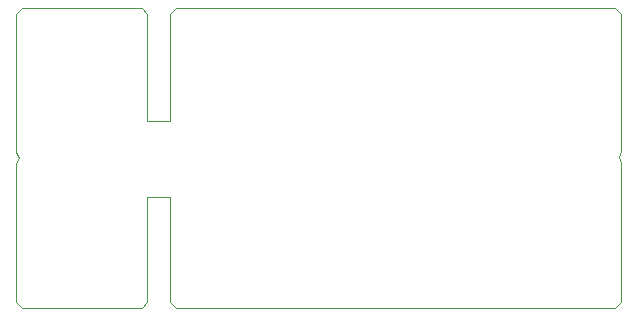
<source format=gbp>
G04 #@! TF.FileFunction,Paste,Bot*
%FSLAX46Y46*%
G04 Gerber Fmt 4.6, Leading zero omitted, Abs format (unit mm)*
G04 Created by KiCad (PCBNEW 4.0.4+e1-6308~48~ubuntu14.04.1-stable) date Sat Oct 15 18:13:20 2016*
%MOMM*%
%LPD*%
G01*
G04 APERTURE LIST*
%ADD10C,0.350000*%
%ADD11C,0.100000*%
G04 APERTURE END LIST*
D10*
D11*
X148500000Y-88575000D02*
X148500000Y-76900000D01*
X148800000Y-89075000D02*
X148500000Y-89575000D01*
X148500000Y-88575000D02*
X148800000Y-89075000D01*
X199550000Y-89050000D02*
X199750000Y-88550000D01*
X199750000Y-89550000D02*
X199550000Y-89050000D01*
X199750000Y-88550000D02*
X199750000Y-76900000D01*
X199250000Y-101800000D02*
X199750000Y-101300000D01*
X162050000Y-101800000D02*
X161550000Y-101300000D01*
X159150000Y-101800000D02*
X159650000Y-101300000D01*
X149000000Y-101800000D02*
X148500000Y-101300000D01*
X199750000Y-76900000D02*
X199250000Y-76400000D01*
X159650000Y-76900000D02*
X159150000Y-76400000D01*
X161550000Y-76900000D02*
X162050000Y-76400000D01*
X148500000Y-76900000D02*
X149000000Y-76400000D01*
X159650000Y-92400000D02*
X161550000Y-92400000D01*
X159650000Y-85950000D02*
X161550000Y-85950000D01*
X162050000Y-101800000D02*
X199250000Y-101800000D01*
X161550000Y-92400000D02*
X161550000Y-101300000D01*
X159650000Y-101300000D02*
X159650000Y-92400000D01*
X149000000Y-101800000D02*
X159150000Y-101800000D01*
X148500000Y-89575000D02*
X148500000Y-101300000D01*
X159150000Y-76400000D02*
X149000000Y-76400000D01*
X159650000Y-85950000D02*
X159650000Y-76900000D01*
X161550000Y-76900000D02*
X161550000Y-85950000D01*
X199250000Y-76400000D02*
X162050000Y-76400000D01*
X199750000Y-101300000D02*
X199750000Y-89550000D01*
M02*

</source>
